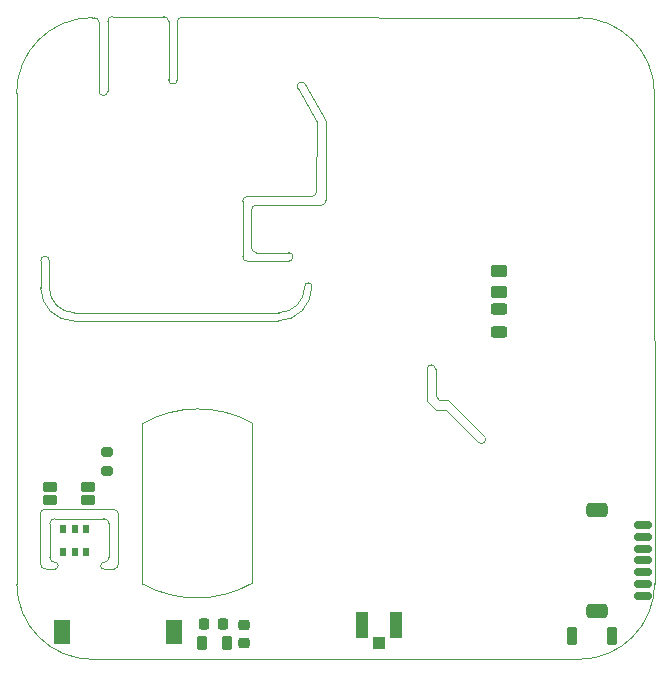
<source format=gbr>
%TF.GenerationSoftware,KiCad,Pcbnew,7.0.1*%
%TF.CreationDate,2023-04-03T11:39:16+02:00*%
%TF.ProjectId,smart_power_socket-54x54x1.6mm_3Cu,736d6172-745f-4706-9f77-65725f736f63,rev?*%
%TF.SameCoordinates,Original*%
%TF.FileFunction,Paste,Bot*%
%TF.FilePolarity,Positive*%
%FSLAX46Y46*%
G04 Gerber Fmt 4.6, Leading zero omitted, Abs format (unit mm)*
G04 Created by KiCad (PCBNEW 7.0.1) date 2023-04-03 11:39:16*
%MOMM*%
%LPD*%
G01*
G04 APERTURE LIST*
G04 Aperture macros list*
%AMRoundRect*
0 Rectangle with rounded corners*
0 $1 Rounding radius*
0 $2 $3 $4 $5 $6 $7 $8 $9 X,Y pos of 4 corners*
0 Add a 4 corners polygon primitive as box body*
4,1,4,$2,$3,$4,$5,$6,$7,$8,$9,$2,$3,0*
0 Add four circle primitives for the rounded corners*
1,1,$1+$1,$2,$3*
1,1,$1+$1,$4,$5*
1,1,$1+$1,$6,$7*
1,1,$1+$1,$8,$9*
0 Add four rect primitives between the rounded corners*
20,1,$1+$1,$2,$3,$4,$5,0*
20,1,$1+$1,$4,$5,$6,$7,0*
20,1,$1+$1,$6,$7,$8,$9,0*
20,1,$1+$1,$8,$9,$2,$3,0*%
G04 Aperture macros list end*
%ADD10RoundRect,0.243750X0.456250X-0.243750X0.456250X0.243750X-0.456250X0.243750X-0.456250X-0.243750X0*%
%ADD11RoundRect,0.225000X-0.225000X-0.250000X0.225000X-0.250000X0.225000X0.250000X-0.225000X0.250000X0*%
%ADD12R,1.400000X2.100000*%
%ADD13RoundRect,0.218750X-0.218750X-0.381250X0.218750X-0.381250X0.218750X0.381250X-0.218750X0.381250X0*%
%ADD14RoundRect,0.150000X0.625000X-0.150000X0.625000X0.150000X-0.625000X0.150000X-0.625000X-0.150000X0*%
%ADD15RoundRect,0.250000X0.650000X-0.350000X0.650000X0.350000X-0.650000X0.350000X-0.650000X-0.350000X0*%
%ADD16RoundRect,0.200000X-0.275000X0.200000X-0.275000X-0.200000X0.275000X-0.200000X0.275000X0.200000X0*%
%ADD17RoundRect,0.200000X-0.200000X-0.600000X0.200000X-0.600000X0.200000X0.600000X-0.200000X0.600000X0*%
%ADD18RoundRect,0.037100X0.227900X-0.317900X0.227900X0.317900X-0.227900X0.317900X-0.227900X-0.317900X0*%
%ADD19RoundRect,0.124800X0.475200X0.275200X-0.475200X0.275200X-0.475200X-0.275200X0.475200X-0.275200X0*%
%ADD20R,1.100000X2.250000*%
%ADD21R,1.050000X1.100000*%
%ADD22RoundRect,0.225000X0.250000X-0.225000X0.250000X0.225000X-0.250000X0.225000X-0.250000X-0.225000X0*%
%ADD23RoundRect,0.250000X0.450000X-0.262500X0.450000X0.262500X-0.450000X0.262500X-0.450000X-0.262500X0*%
%TA.AperFunction,Profile*%
%ADD24C,0.100000*%
%TD*%
G04 APERTURE END LIST*
D10*
%TO.C,HLD2*%
X154834924Y-96659500D03*
X154834924Y-94784500D03*
%TD*%
D11*
%TO.C,EC6*%
X129925000Y-121420000D03*
X131475000Y-121420000D03*
%TD*%
D12*
%TO.C,ANT1*%
X127400000Y-122130000D03*
X117900000Y-122130000D03*
%TD*%
D13*
%TO.C,EL1*%
X129757500Y-123030000D03*
X131882500Y-123030000D03*
%TD*%
D14*
%TO.C,J1*%
X167080000Y-119030000D03*
X167080000Y-118030000D03*
X167080000Y-117030000D03*
X167080000Y-116030000D03*
X167080000Y-115030000D03*
X167080000Y-114030000D03*
X167080000Y-113030000D03*
D15*
X163205000Y-120330000D03*
X163205000Y-111730000D03*
%TD*%
D16*
%TO.C,LR1*%
X121660000Y-106855000D03*
X121660000Y-108505000D03*
%TD*%
D17*
%TO.C,RST1*%
X161095000Y-122445000D03*
X164435000Y-122445000D03*
%TD*%
D18*
%TO.C,U4*%
X119940000Y-115320000D03*
X118940000Y-115320000D03*
X117940000Y-115320000D03*
X117940000Y-113350000D03*
X118940000Y-113350000D03*
X119940000Y-113350000D03*
%TD*%
D19*
%TO.C,LED1*%
X120040000Y-110950000D03*
X116860000Y-110960000D03*
X120040000Y-109810000D03*
X116850000Y-109840000D03*
%TD*%
D20*
%TO.C,J4*%
X146190000Y-121510000D03*
X143240000Y-121510000D03*
D21*
X144715000Y-123060000D03*
%TD*%
D22*
%TO.C,EC9*%
X133260000Y-123055000D03*
X133260000Y-121505000D03*
%TD*%
D23*
%TO.C,HLR1*%
X154854924Y-93334500D03*
X154854924Y-91509500D03*
%TD*%
D24*
X116034099Y-112111772D02*
X116052969Y-116354114D01*
X116053012Y-116354114D02*
G75*
G03*
X116483456Y-116764113I410688J214D01*
G01*
X122643533Y-112108968D02*
G75*
G03*
X122213106Y-111698969I-410133J368D01*
G01*
X133166963Y-90296963D02*
X133169024Y-85632061D01*
X149514022Y-102110000D02*
X149514022Y-99850000D01*
X133983518Y-104398103D02*
X133983518Y-117967975D01*
X138475031Y-75704054D02*
G75*
G03*
X137833206Y-76074610I-320931J-185246D01*
G01*
X121850193Y-112910000D02*
G75*
G03*
X121419756Y-112500002I-410293J200D01*
G01*
X118920000Y-95070000D02*
X136210000Y-95070000D01*
X133580000Y-90710000D02*
X137060000Y-90710871D01*
X114049965Y-118009947D02*
X114031486Y-76477000D01*
X139031575Y-92830000D02*
G75*
G03*
X138428425Y-92830000I-301575J0D01*
G01*
X124690000Y-104455063D02*
X124690000Y-118024935D01*
X117263698Y-112493958D02*
X121419756Y-112500001D01*
X116810000Y-92960000D02*
X116810000Y-90660000D01*
X116843168Y-115784446D02*
G75*
G03*
X117273699Y-116194445I410532J46D01*
G01*
X128063037Y-70017000D02*
G75*
G03*
X127650000Y-70430000I-37J-413000D01*
G01*
X153640000Y-105505978D02*
X151100000Y-102965978D01*
X122240273Y-116774315D02*
X121440275Y-116774758D01*
X133983533Y-104398077D02*
G75*
G03*
X124690000Y-104455064I-4596133J-8285823D01*
G01*
X150395978Y-103310000D02*
X153115978Y-106030000D01*
X137060000Y-90710809D02*
G75*
G03*
X137060000Y-89969791I0J370509D01*
G01*
X139007938Y-85220975D02*
G75*
G03*
X139420975Y-84807938I-38J413075D01*
G01*
X117273699Y-116768755D02*
G75*
G03*
X117273699Y-116194445I1J287155D01*
G01*
X150560000Y-102425978D02*
X149830000Y-102425978D01*
X134332062Y-85960000D02*
X139817938Y-85960975D01*
X126898920Y-75336963D02*
G75*
G03*
X127640000Y-75336963I370540J0D01*
G01*
X134332062Y-89980000D02*
X137060000Y-89969791D01*
X140230000Y-78840000D02*
X138475001Y-75704071D01*
X133582061Y-85219024D02*
G75*
G03*
X133169024Y-85632061I39J-413076D01*
G01*
X133919025Y-89566963D02*
X133919025Y-86373037D01*
X116810000Y-90660000D02*
G75*
G03*
X116068920Y-90660000I-370540J0D01*
G01*
X126903000Y-70403037D02*
G75*
G03*
X126490000Y-69990000I-413000J37D01*
G01*
X149514022Y-99850000D02*
G75*
G03*
X148772942Y-99850000I-370540J0D01*
G01*
X139420975Y-84807938D02*
X139440000Y-78900000D01*
X168031605Y-76476965D02*
G75*
G03*
X161631486Y-70076895I-6400005J65D01*
G01*
X139440000Y-78900000D02*
X137833206Y-76074610D01*
X120431556Y-70076930D02*
X120597938Y-70076930D01*
X136170000Y-95760833D02*
G75*
G03*
X139031574Y-92830000I-23700J2885533D01*
G01*
X122240273Y-116774368D02*
G75*
G03*
X122650272Y-116343828I127J410368D01*
G01*
X126490000Y-69990000D02*
X122160000Y-69990000D01*
X127650000Y-70430000D02*
X127640000Y-75336963D01*
X116810000Y-92960000D02*
G75*
G03*
X118920000Y-95070000I2110000J0D01*
G01*
X168050035Y-118009912D02*
X168031556Y-76476965D01*
X133167000Y-90296963D02*
G75*
G03*
X133580000Y-90710000I413000J-37D01*
G01*
X122649754Y-116343828D02*
X122643593Y-112108968D01*
X118880000Y-95760871D02*
X136170000Y-95760871D01*
X122160000Y-69989963D02*
G75*
G03*
X121746963Y-70403037I0J-413037D01*
G01*
X140230975Y-85547938D02*
X140230000Y-78840000D01*
X150395978Y-103310000D02*
X149520000Y-103307058D01*
X120431556Y-70076886D02*
G75*
G03*
X114031486Y-76477000I44J-6400114D01*
G01*
X116483456Y-116764113D02*
X117273699Y-116768716D01*
X148772942Y-102560000D02*
X149520000Y-103307058D01*
X128063037Y-70016963D02*
X161631486Y-70076895D01*
X116843212Y-115784446D02*
X116853699Y-112924445D01*
X136210000Y-95070029D02*
G75*
G03*
X138428425Y-92830000I0J2218529D01*
G01*
X117263698Y-112494005D02*
G75*
G03*
X116853700Y-112924445I-198J-410295D01*
G01*
X121005883Y-76300000D02*
G75*
G03*
X121746963Y-76300000I370540J0D01*
G01*
X151100000Y-102965978D02*
X150560000Y-102425978D01*
X133919100Y-89566963D02*
G75*
G03*
X134332062Y-89980000I413000J-37D01*
G01*
X134332062Y-85960025D02*
G75*
G03*
X133919025Y-86373037I-62J-412975D01*
G01*
X120450035Y-124410017D02*
X161649965Y-124409982D01*
X121440275Y-116200442D02*
G75*
G03*
X121440275Y-116774758I25J-287158D01*
G01*
X139007938Y-85220975D02*
X133582061Y-85219024D01*
X149830000Y-102425978D02*
X149514022Y-102110000D01*
X122213106Y-111698969D02*
X116444098Y-111681285D01*
X116444098Y-111681308D02*
G75*
G03*
X116034099Y-112111772I-98J-410392D01*
G01*
X121849756Y-115770000D02*
X121850243Y-112910000D01*
X148772942Y-99850000D02*
X148772942Y-102560000D01*
X121010975Y-70489967D02*
X121005883Y-76300000D01*
X121010970Y-70489967D02*
G75*
G03*
X120597938Y-70076930I-413070J-33D01*
G01*
X126903037Y-70403037D02*
X126898920Y-75336963D01*
X124690024Y-118024892D02*
G75*
G03*
X133983518Y-117967974I4596176J8285692D01*
G01*
X116069129Y-92950000D02*
X116068920Y-90660000D01*
X116069129Y-92950000D02*
G75*
G03*
X118880000Y-95760871I2810871J0D01*
G01*
X114049983Y-118009947D02*
G75*
G03*
X120450035Y-124410017I6400217J147D01*
G01*
X139817938Y-85960975D02*
G75*
G03*
X140230975Y-85547938I-38J413075D01*
G01*
X161649965Y-124410035D02*
G75*
G03*
X168050035Y-118009912I-65J6400135D01*
G01*
X121440275Y-116200461D02*
G75*
G03*
X121850273Y-115770000I25J410461D01*
G01*
X153115978Y-106030000D02*
G75*
G03*
X153640000Y-105505978I262011J262011D01*
G01*
X121746963Y-70403037D02*
X121746963Y-76300000D01*
M02*

</source>
